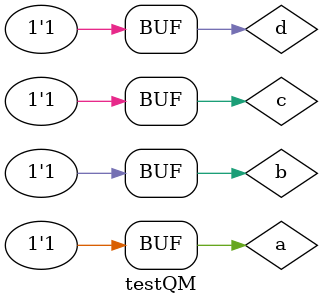
<source format=v>

module simplQM ( s,a,b,c,d );

output s;
input a,b,c,d;
wire s1,s2,s3,s4,s5,s6;

not NOT1 (s1,c);
not NOT2 (s3,a);
and AND1 (s2,a,s1,d);
and AND2 (s4,s3,c);
and AND3 (s5,b,d);
and AND4 (s6,b,c);
or OR1 (s,s2,s4,s5,s6);

endmodule

module testQM;
reg a,b,c,d;
wire s;

simplQM  QM ( s,a,b,c,d );

initial begin:start
        a=0; b=0; c=0; d=0;
end

initial begin: main
#1 $display (" Exercicio 01 - Guia08 ");
#1 $display (" a   b   c   d  =   s ");
  $monitor (" %b   %b   %b   %b  =   %b ",a,b,c,d,s);
           #1 a=0;    b=0;   c=0;   d=1;
			  #1 a=0;    b=0;   c=1;   d=0;
			  #1 a=0;    b=0;   c=1;   d=1;
			  #1 a=0;    b=1;   c=0;   d=0;
			  #1 a=0;    b=1;   c=0;   d=1;
			  #1 a=0;    b=1;   c=1;   d=0;
			  #1 a=0;    b=1;   c=1;   d=1;
			  #1 a=1;    b=0;   c=0;   d=0;
			  #1 a=1;    b=0;   c=0;   d=1;
			  #1 a=1;    b=0;   c=1;   d=0;
			  #1 a=1;    b=0;   c=1;   d=1;
			  #1 a=1;    b=1;   c=0;   d=0;
			  #1 a=1;    b=1;   c=0;   d=1;
			  #1 a=1;    b=1;   c=1;   d=0;
			  #1 a=1;    b=1;   c=1;   d=1;
			  
			  
			  
end
endmodule

</source>
